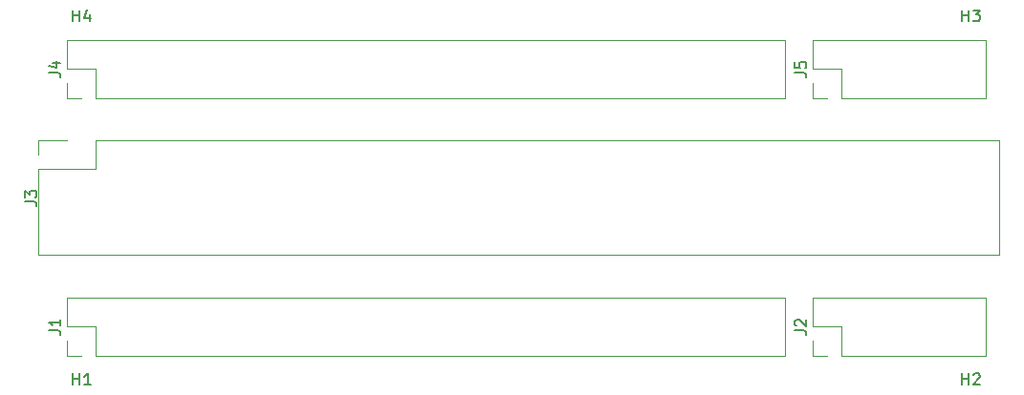
<source format=gto>
G04 #@! TF.GenerationSoftware,KiCad,Pcbnew,6.0.6+dfsg-1~bpo11+1*
G04 #@! TF.CreationDate,2022-07-13T16:17:28+02:00*
G04 #@! TF.ProjectId,PCI_to_pinhead,5043495f-746f-45f7-9069-6e686561642e,rev?*
G04 #@! TF.SameCoordinates,Original*
G04 #@! TF.FileFunction,Legend,Top*
G04 #@! TF.FilePolarity,Positive*
%FSLAX46Y46*%
G04 Gerber Fmt 4.6, Leading zero omitted, Abs format (unit mm)*
G04 Created by KiCad (PCBNEW 6.0.6+dfsg-1~bpo11+1) date 2022-07-13 16:17:28*
%MOMM*%
%LPD*%
G01*
G04 APERTURE LIST*
%ADD10C,0.150000*%
%ADD11C,0.120000*%
G04 APERTURE END LIST*
D10*
X95758095Y-63072380D02*
X95758095Y-62072380D01*
X95758095Y-62548571D02*
X96329523Y-62548571D01*
X96329523Y-63072380D02*
X96329523Y-62072380D01*
X97234285Y-62405714D02*
X97234285Y-63072380D01*
X96996190Y-62024761D02*
X96758095Y-62739047D01*
X97377142Y-62739047D01*
X174498095Y-63072380D02*
X174498095Y-62072380D01*
X174498095Y-62548571D02*
X175069523Y-62548571D01*
X175069523Y-63072380D02*
X175069523Y-62072380D01*
X175450476Y-62072380D02*
X176069523Y-62072380D01*
X175736190Y-62453333D01*
X175879047Y-62453333D01*
X175974285Y-62500952D01*
X176021904Y-62548571D01*
X176069523Y-62643809D01*
X176069523Y-62881904D01*
X176021904Y-62977142D01*
X175974285Y-63024761D01*
X175879047Y-63072380D01*
X175593333Y-63072380D01*
X175498095Y-63024761D01*
X175450476Y-62977142D01*
X174498095Y-95312380D02*
X174498095Y-94312380D01*
X174498095Y-94788571D02*
X175069523Y-94788571D01*
X175069523Y-95312380D02*
X175069523Y-94312380D01*
X175498095Y-94407619D02*
X175545714Y-94360000D01*
X175640952Y-94312380D01*
X175879047Y-94312380D01*
X175974285Y-94360000D01*
X176021904Y-94407619D01*
X176069523Y-94502857D01*
X176069523Y-94598095D01*
X176021904Y-94740952D01*
X175450476Y-95312380D01*
X176069523Y-95312380D01*
X95758095Y-95312380D02*
X95758095Y-94312380D01*
X95758095Y-94788571D02*
X96329523Y-94788571D01*
X96329523Y-95312380D02*
X96329523Y-94312380D01*
X97329523Y-95312380D02*
X96758095Y-95312380D01*
X97043809Y-95312380D02*
X97043809Y-94312380D01*
X96948571Y-94455238D01*
X96853333Y-94550476D01*
X96758095Y-94598095D01*
X91527380Y-79073333D02*
X92241666Y-79073333D01*
X92384523Y-79120952D01*
X92479761Y-79216190D01*
X92527380Y-79359047D01*
X92527380Y-79454285D01*
X91527380Y-78692380D02*
X91527380Y-78073333D01*
X91908333Y-78406666D01*
X91908333Y-78263809D01*
X91955952Y-78168571D01*
X92003571Y-78120952D01*
X92098809Y-78073333D01*
X92336904Y-78073333D01*
X92432142Y-78120952D01*
X92479761Y-78168571D01*
X92527380Y-78263809D01*
X92527380Y-78549523D01*
X92479761Y-78644761D01*
X92432142Y-78692380D01*
X93642380Y-90503333D02*
X94356666Y-90503333D01*
X94499523Y-90550952D01*
X94594761Y-90646190D01*
X94642380Y-90789047D01*
X94642380Y-90884285D01*
X94642380Y-89503333D02*
X94642380Y-90074761D01*
X94642380Y-89789047D02*
X93642380Y-89789047D01*
X93785238Y-89884285D01*
X93880476Y-89979523D01*
X93928095Y-90074761D01*
X159682380Y-90503333D02*
X160396666Y-90503333D01*
X160539523Y-90550952D01*
X160634761Y-90646190D01*
X160682380Y-90789047D01*
X160682380Y-90884285D01*
X159777619Y-90074761D02*
X159730000Y-90027142D01*
X159682380Y-89931904D01*
X159682380Y-89693809D01*
X159730000Y-89598571D01*
X159777619Y-89550952D01*
X159872857Y-89503333D01*
X159968095Y-89503333D01*
X160110952Y-89550952D01*
X160682380Y-90122380D01*
X160682380Y-89503333D01*
X93642380Y-67643333D02*
X94356666Y-67643333D01*
X94499523Y-67690952D01*
X94594761Y-67786190D01*
X94642380Y-67929047D01*
X94642380Y-68024285D01*
X93975714Y-66738571D02*
X94642380Y-66738571D01*
X93594761Y-66976666D02*
X94309047Y-67214761D01*
X94309047Y-66595714D01*
X159682380Y-67643333D02*
X160396666Y-67643333D01*
X160539523Y-67690952D01*
X160634761Y-67786190D01*
X160682380Y-67929047D01*
X160682380Y-68024285D01*
X159682380Y-66690952D02*
X159682380Y-67167142D01*
X160158571Y-67214761D01*
X160110952Y-67167142D01*
X160063333Y-67071904D01*
X160063333Y-66833809D01*
X160110952Y-66738571D01*
X160158571Y-66690952D01*
X160253809Y-66643333D01*
X160491904Y-66643333D01*
X160587142Y-66690952D01*
X160634761Y-66738571D01*
X160682380Y-66833809D01*
X160682380Y-67071904D01*
X160634761Y-67167142D01*
X160587142Y-67214761D01*
D11*
X92710000Y-83820000D02*
X92710000Y-76200000D01*
X177800000Y-83820000D02*
X92710000Y-83820000D01*
X177800000Y-73660000D02*
X177800000Y-83820000D01*
X97790000Y-76200000D02*
X97790000Y-73660000D01*
X97790000Y-73660000D02*
X177800000Y-73660000D01*
X92710000Y-73660000D02*
X95250000Y-73660000D01*
X92710000Y-76200000D02*
X97790000Y-76200000D01*
X92710000Y-74930000D02*
X92710000Y-73660000D01*
X97790000Y-92770000D02*
X158810000Y-92770000D01*
X95190000Y-92770000D02*
X95190000Y-91440000D01*
X95190000Y-87570000D02*
X158810000Y-87570000D01*
X97790000Y-90170000D02*
X95190000Y-90170000D01*
X97790000Y-92770000D02*
X97790000Y-90170000D01*
X95190000Y-90170000D02*
X95190000Y-87570000D01*
X158810000Y-92770000D02*
X158810000Y-87570000D01*
X96520000Y-92770000D02*
X95190000Y-92770000D01*
X163830000Y-92770000D02*
X176590000Y-92770000D01*
X162560000Y-92770000D02*
X161230000Y-92770000D01*
X163830000Y-92770000D02*
X163830000Y-90170000D01*
X161230000Y-90170000D02*
X161230000Y-87570000D01*
X163830000Y-90170000D02*
X161230000Y-90170000D01*
X176590000Y-92770000D02*
X176590000Y-87570000D01*
X161230000Y-87570000D02*
X176590000Y-87570000D01*
X161230000Y-92770000D02*
X161230000Y-91440000D01*
X95190000Y-69910000D02*
X95190000Y-68580000D01*
X96520000Y-69910000D02*
X95190000Y-69910000D01*
X97790000Y-69910000D02*
X97790000Y-67310000D01*
X158810000Y-69910000D02*
X158810000Y-64710000D01*
X95190000Y-67310000D02*
X95190000Y-64710000D01*
X97790000Y-69910000D02*
X158810000Y-69910000D01*
X97790000Y-67310000D02*
X95190000Y-67310000D01*
X95190000Y-64710000D02*
X158810000Y-64710000D01*
X161230000Y-69910000D02*
X161230000Y-68580000D01*
X163830000Y-67310000D02*
X161230000Y-67310000D01*
X163830000Y-69910000D02*
X176590000Y-69910000D01*
X161230000Y-67310000D02*
X161230000Y-64710000D01*
X162560000Y-69910000D02*
X161230000Y-69910000D01*
X176590000Y-69910000D02*
X176590000Y-64710000D01*
X163830000Y-69910000D02*
X163830000Y-67310000D01*
X161230000Y-64710000D02*
X176590000Y-64710000D01*
M02*

</source>
